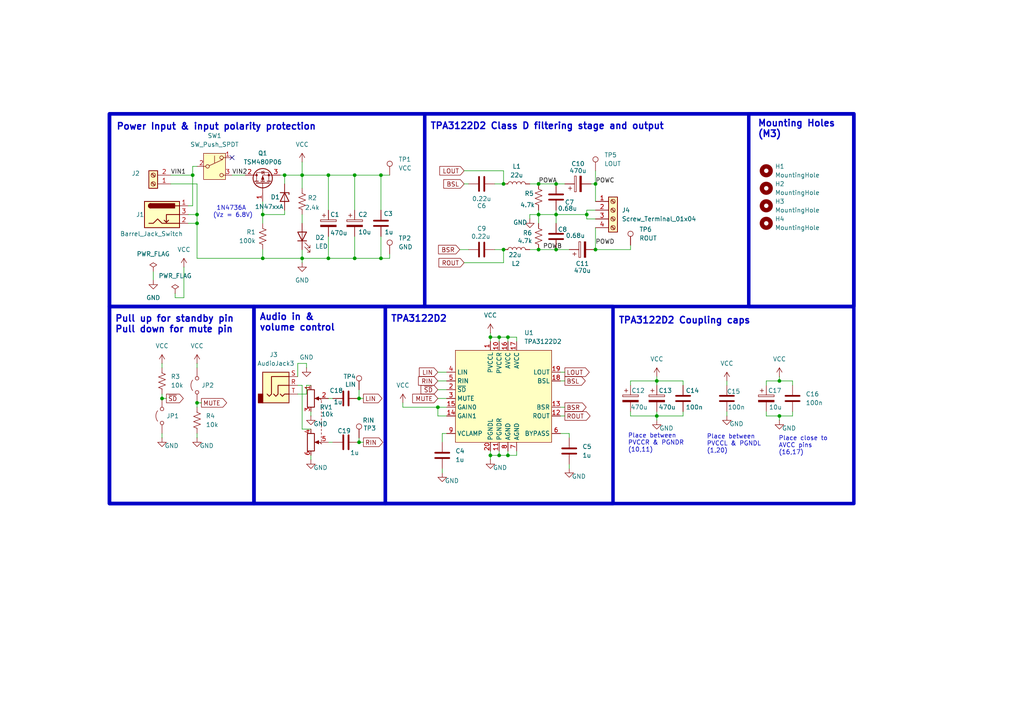
<source format=kicad_sch>
(kicad_sch (version 20250114) (generator "eeschema") (generator_version "9.0")
  (paper "A4")
  (lib_symbols
    (symbol "Connector:Barrel_Jack_Switch" (pin_names (hide yes))
      (property "Reference" "J" (at 0 5.334 0))
      (property "Value" "Barrel_Jack_Switch" (at 0 -5.08 0))
      (symbol "Barrel_Jack_Switch_0_1"
        (rectangle (start -5.08 3.81) (end 5.08 -3.81) (stroke (width 0.254)) (fill (type background)))
        (polyline (pts (xy -3.81 -2.54) (xy -2.54 -2.54) (xy -1.27 -1.27) (xy 0 -2.54) (xy 2.54 -2.54) (xy 5.08 -2.54)) (stroke (width 0.254)))
        (arc (start -3.302 1.905) (mid -3.9343 2.54) (end -3.302 3.175) (stroke (width 0.254)))
        (arc (start -3.302 1.905) (mid -3.9343 2.54) (end -3.302 3.175) (stroke (width 0.254)) (fill (type outline)))
        (polyline (pts (xy 1.27 -2.286) (xy 1.905 -1.651)) (stroke (width 0.254)))
        (rectangle (start 3.683 3.175) (end -3.302 1.905) (stroke (width 0.254)) (fill (type outline)))
        (polyline (pts (xy 5.08 2.54) (xy 3.81 2.54)) (stroke (width 0.254)))
        (polyline (pts (xy 5.08 0) (xy 1.27 0) (xy 1.27 -2.286) (xy 0.635 -1.651)) (stroke (width 0.254)))
      )
      (symbol "Barrel_Jack_Switch_1_1"
        (pin passive line (at 7.62 2.54 180) (length 2.54) (name "~") (number "1"))
        (pin passive line (at 7.62 0 180) (length 2.54) (name "~") (number "3"))
        (pin passive line (at 7.62 -2.54 180) (length 2.54) (name "~") (number "2"))
      )
    )
    (symbol "Connector:Screw_Terminal_01x02" (pin_names (offset 1.016) (hide yes))
      (property "Reference" "J" (at 0 2.54 0))
      (property "Value" "Screw_Terminal_01x02" (at 0 -5.08 0))
      (symbol "Screw_Terminal_01x02_1_1"
        (rectangle (start -1.27 1.27) (end 1.27 -3.81) (stroke (width 0.254)) (fill (type background)))
        (polyline (pts (xy -0.5334 0.3302) (xy 0.3302 -0.508)) (stroke (width 0.1524)))
        (polyline (pts (xy -0.5334 -2.2098) (xy 0.3302 -3.048)) (stroke (width 0.1524)))
        (polyline (pts (xy -0.3556 0.508) (xy 0.508 -0.3302)) (stroke (width 0.1524)))
        (polyline (pts (xy -0.3556 -2.032) (xy 0.508 -2.8702)) (stroke (width 0.1524)))
        (circle (center 0 0) (radius 0.635) (stroke (width 0.1524)))
        (circle (center 0 -2.54) (radius 0.635) (stroke (width 0.1524)))
        (pin passive line (at -5.08 0 0) (length 3.81) (name "Pin_1") (number "1"))
        (pin passive line (at -5.08 -2.54 0) (length 3.81) (name "Pin_2") (number "2"))
      )
    )
    (symbol "Connector:Screw_Terminal_01x04" (pin_names (offset 1.016) (hide yes))
      (property "Reference" "J" (at 0 5.08 0))
      (property "Value" "Screw_Terminal_01x04" (at 0 -7.62 0))
      (symbol "Screw_Terminal_01x04_1_1"
        (rectangle (start -1.27 3.81) (end 1.27 -6.35) (stroke (width 0.254)) (fill (type background)))
        (polyline (pts (xy -0.5334 2.8702) (xy 0.3302 2.032)) (stroke (width 0.1524)))
        (polyline (pts (xy -0.5334 0.3302) (xy 0.3302 -0.508)) (stroke (width 0.1524)))
        (polyline (pts (xy -0.5334 -2.2098) (xy 0.3302 -3.048)) (stroke (width 0.1524)))
        (polyline (pts (xy -0.5334 -4.7498) (xy 0.3302 -5.588)) (stroke (width 0.1524)))
        (polyline (pts (xy -0.3556 3.048) (xy 0.508 2.2098)) (stroke (width 0.1524)))
        (polyline (pts (xy -0.3556 0.508) (xy 0.508 -0.3302)) (stroke (width 0.1524)))
        (polyline (pts (xy -0.3556 -2.032) (xy 0.508 -2.8702)) (stroke (width 0.1524)))
        (polyline (pts (xy -0.3556 -4.572) (xy 0.508 -5.4102)) (stroke (width 0.1524)))
        (circle (center 0 2.54) (radius 0.635) (stroke (width 0.1524)))
        (circle (center 0 0) (radius 0.635) (stroke (width 0.1524)))
        (circle (center 0 -2.54) (radius 0.635) (stroke (width 0.1524)))
        (circle (center 0 -5.08) (radius 0.635) (stroke (width 0.1524)))
        (pin passive line (at -5.08 2.54 0) (length 3.81) (name "Pin_1") (number "1"))
        (pin passive line (at -5.08 0 0) (length 3.81) (name "Pin_2") (number "2"))
        (pin passive line (at -5.08 -2.54 0) (length 3.81) (name "Pin_3") (number "3"))
        (pin passive line (at -5.08 -5.08 0) (length 3.81) (name "Pin_4") (number "4"))
      )
    )
    (symbol "Connector:TestPoint" (pin_numbers (hide yes)) (pin_names (offset 0.762) (hide yes))
      (property "Reference" "TP" (at 0 6.858 0))
      (property "Value" "TestPoint" (at 0 5.08 0))
      (symbol "TestPoint_0_1"
        (circle (center 0 3.302) (radius 0.762))
      )
      (symbol "TestPoint_1_1"
        (pin passive line (at 0 0 90) (length 2.54) (name "1") (number "1"))
      )
    )
    (symbol "Connector_Audio:AudioJack3"
      (property "Reference" "J" (at 0 8.89 0))
      (property "Value" "AudioJack3" (at 0 6.35 0))
      (symbol "AudioJack3_0_1"
        (rectangle (start -5.08 -5.08) (end -6.35 -2.54) (stroke (width 0.254)) (fill (type outline)))
        (polyline (pts (xy -1.905 -2.54) (xy -1.27 -3.175) (xy -0.635 -2.54) (xy -0.635 0) (xy 2.54 0)) (stroke (width 0.254)))
        (polyline (pts (xy 0 -2.54) (xy 0.635 -3.175) (xy 1.27 -2.54) (xy 2.54 -2.54)) (stroke (width 0.254)))
        (rectangle (start 2.54 3.81) (end -5.08 -5.08) (stroke (width 0.254)) (fill (type background)))
        (polyline (pts (xy 2.54 2.54) (xy -2.54 2.54) (xy -2.54 -2.54) (xy -3.175 -3.175) (xy -3.81 -2.54)) (stroke (width 0.254)))
      )
      (symbol "AudioJack3_1_1"
        (pin passive line (at 5.08 2.54 180) (length 2.54) (name "~") (number "S"))
        (pin passive line (at 5.08 0 180) (length 2.54) (name "~") (number "R"))
        (pin passive line (at 5.08 -2.54 180) (length 2.54) (name "~") (number "T"))
      )
    )
    (symbol "Device:C" (pin_numbers (hide yes)) (pin_names (offset 0.254))
      (property "Reference" "C" (at 0.635 2.54 0))
      (property "Value" "C" (at 0.635 -2.54 0))
      (symbol "C_0_1"
        (polyline (pts (xy -2.032 0.762) (xy 2.032 0.762)) (stroke (width 0.508)))
        (polyline (pts (xy -2.032 -0.762) (xy 2.032 -0.762)) (stroke (width 0.508)))
      )
      (symbol "C_1_1"
        (pin passive line (at 0 3.81 270) (length 2.794) (name "~") (number "1"))
        (pin passive line (at 0 -3.81 90) (length 2.794) (name "~") (number "2"))
      )
    )
    (symbol "Device:C_Polarized" (pin_numbers (hide yes)) (pin_names (offset 0.254))
      (property "Reference" "C" (at 0.635 2.54 0))
      (property "Value" "C_Polarized" (at 0.635 -2.54 0))
      (symbol "C_Polarized_0_1"
        (rectangle (start -2.286 0.508) (end 2.286 1.016))
        (polyline (pts (xy -1.778 2.286) (xy -0.762 2.286)))
        (polyline (pts (xy -1.27 2.794) (xy -1.27 1.778)))
        (rectangle (start 2.286 -0.508) (end -2.286 -1.016) (fill (type outline)))
      )
      (symbol "C_Polarized_1_1"
        (pin passive line (at 0 3.81 270) (length 2.794) (name "~") (number "1"))
        (pin passive line (at 0 -3.81 90) (length 2.794) (name "~") (number "2"))
      )
    )
    (symbol "Device:L" (pin_numbers (hide yes)) (pin_names (offset 1.016) (hide yes))
      (property "Reference" "L" (at -1.27 0 90))
      (property "Value" "L" (at 1.905 0 90))
      (symbol "L_0_1"
        (arc (start 0 2.54) (mid 0.6323 1.905) (end 0 1.27))
        (arc (start 0 1.27) (mid 0.6323 0.635) (end 0 0))
        (arc (start 0 0) (mid 0.6323 -0.635) (end 0 -1.27))
        (arc (start 0 -1.27) (mid 0.6323 -1.905) (end 0 -2.54))
      )
      (symbol "L_1_1"
        (pin passive line (at 0 3.81 270) (length 1.27) (name "1") (number "1"))
        (pin passive line (at 0 -3.81 90) (length 1.27) (name "2") (number "2"))
      )
    )
    (symbol "Device:LED" (pin_numbers (hide yes)) (pin_names (offset 1.016) (hide yes))
      (property "Reference" "D" (at 0 2.54 0))
      (property "Value" "LED" (at 0 -2.54 0))
      (symbol "LED_0_1"
        (polyline (pts (xy -3.048 -0.762) (xy -4.572 -2.286) (xy -3.81 -2.286) (xy -4.572 -2.286) (xy -4.572 -1.524)))
        (polyline (pts (xy -1.778 -0.762) (xy -3.302 -2.286) (xy -2.54 -2.286) (xy -3.302 -2.286) (xy -3.302 -1.524)))
        (polyline (pts (xy -1.27 0) (xy 1.27 0)))
        (polyline (pts (xy -1.27 -1.27) (xy -1.27 1.27)) (stroke (width 0.254)))
        (polyline (pts (xy 1.27 -1.27) (xy 1.27 1.27) (xy -1.27 0) (xy 1.27 -1.27)) (stroke (width 0.254)))
      )
      (symbol "LED_1_1"
        (pin passive line (at -3.81 0 0) (length 2.54) (name "K") (number "1"))
        (pin passive line (at 3.81 0 180) (length 2.54) (name "A") (number "2"))
      )
    )
    (symbol "Device:R_Potentiometer_Dual" (pin_names (offset 1.016) (hide yes))
      (property "Reference" "RV" (at 0 3.81 0))
      (property "Value" "R_Potentiometer_Dual" (at 0 1.905 0))
      (symbol "R_Potentiometer_Dual_0_1"
        (rectangle (start -8.89 -1.524) (end -3.81 -3.556) (stroke (width 0.254)))
        (polyline (pts (xy -6.35 0) (xy -6.35 -1.016)))
        (polyline (pts (xy -6.35 0) (xy -6.35 -1.016)))
        (polyline (pts (xy -6.35 0) (xy -5.842 0.508)))
        (polyline (pts (xy -6.35 -1.397) (xy -6.858 -0.254) (xy -5.842 -0.254) (xy -6.35 -1.397)) (fill (type outline)))
        (polyline (pts (xy -5.588 0.508) (xy -5.08 0.508)))
        (polyline (pts (xy -4.572 0.508) (xy -4.064 0.508)))
        (polyline (pts (xy -3.556 0.508) (xy -3.048 0.508)))
        (polyline (pts (xy -2.54 0.508) (xy -2.032 0.508)))
        (polyline (pts (xy -1.524 0.508) (xy -1.016 0.508)))
        (polyline (pts (xy -0.508 0.508) (xy 0 0.508)))
        (polyline (pts (xy 0.508 0.508) (xy 1.016 0.508)))
        (polyline (pts (xy 1.524 0.508) (xy 2.032 0.508)))
        (polyline (pts (xy 2.54 0.508) (xy 3.048 0.508)))
        (polyline (pts (xy 3.556 0.508) (xy 4.064 0.508)))
        (rectangle (start 3.81 -1.524) (end 8.89 -3.556) (stroke (width 0.254)))
        (polyline (pts (xy 4.572 0.508) (xy 5.08 0.508)))
        (polyline (pts (xy 5.588 0.508) (xy 6.096 0.508)))
        (polyline (pts (xy 6.35 0) (xy 6.35 -1.016)))
        (polyline (pts (xy 6.35 0) (xy 6.35 -1.016)))
        (polyline (pts (xy 6.35 -1.397) (xy 5.842 -0.254) (xy 6.858 -0.254) (xy 6.35 -1.397)) (fill (type outline)))
        (polyline (pts (xy 6.604 0.508) (xy 6.858 0.508) (xy 6.35 0)))
      )
      (symbol "R_Potentiometer_Dual_1_1"
        (pin passive line (at -10.16 -2.54 0) (length 1.27) (name "1") (number "1"))
        (pin passive line (at -6.35 2.54 270) (length 2.54) (name "2") (number "2"))
        (pin passive line (at -2.54 -2.54 180) (length 1.27) (name "3") (number "3"))
        (pin passive line (at 2.54 -2.54 0) (length 1.27) (name "4") (number "4"))
        (pin passive line (at 6.35 2.54 270) (length 2.54) (name "5") (number "5"))
        (pin passive line (at 10.16 -2.54 180) (length 1.27) (name "6") (number "6"))
      )
    )
    (symbol "Device:R_US" (pin_numbers (hide yes)) (pin_names (offset 0))
      (property "Reference" "R" (at 2.54 0 90))
      (property "Value" "R_US" (at -2.54 0 90))
      (symbol "R_US_0_1"
        (polyline (pts (xy 0 2.286) (xy 0 2.54)))
        (polyline (pts (xy 0 2.286) (xy 1.016 1.905) (xy 0 1.524) (xy -1.016 1.143) (xy 0 0.762)))
        (polyline (pts (xy 0 0.762) (xy 1.016 0.381) (xy 0 0) (xy -1.016 -0.381) (xy 0 -0.762)))
        (polyline (pts (xy 0 -0.762) (xy 1.016 -1.143) (xy 0 -1.524) (xy -1.016 -1.905) (xy 0 -2.286)))
        (polyline (pts (xy 0 -2.286) (xy 0 -2.54)))
      )
      (symbol "R_US_1_1"
        (pin passive line (at 0 3.81 270) (length 1.27) (name "~") (number "1"))
        (pin passive line (at 0 -3.81 90) (length 1.27) (name "~") (number "2"))
      )
    )
    (symbol "Diode:1N47xxA" (pin_numbers (hide yes)) (pin_names (hide yes))
      (property "Reference" "D" (at 0 2.54 0))
      (property "Value" "1N47xxA" (at 0 -2.54 0))
      (symbol "1N47xxA_0_1"
        (polyline (pts (xy -1.27 -1.27) (xy -1.27 1.27) (xy -0.762 1.27)) (stroke (width 0.254)))
        (polyline (pts (xy 1.27 0) (xy -1.27 0)))
        (polyline (pts (xy 1.27 -1.27) (xy 1.27 1.27) (xy -1.27 0) (xy 1.27 -1.27)) (stroke (width 0.254)))
      )
      (symbol "1N47xxA_1_1"
        (pin passive line (at -3.81 0 0) (length 2.54) (name "K") (number "1"))
        (pin passive line (at 3.81 0 180) (length 2.54) (name "A") (number "2"))
      )
    )
    (symbol "Jumper:Jumper_2_Open" (pin_numbers (hide yes)) (pin_names (offset 0) (hide yes))
      (property "Reference" "JP" (at 0 2.794 0))
      (property "Value" "Jumper_2_Open" (at 0 -2.286 0))
      (symbol "Jumper_2_Open_0_0"
        (circle (center -2.032 0) (radius 0.508))
        (circle (center 2.032 0) (radius 0.508))
      )
      (symbol "Jumper_2_Open_0_1"
        (arc (start -1.524 1.27) (mid 0 1.778) (end 1.524 1.27))
      )
      (symbol "Jumper_2_Open_1_1"
        (pin passive line (at -5.08 0 0) (length 2.54) (name "A") (number "1"))
        (pin passive line (at 5.08 0 180) (length 2.54) (name "B") (number "2"))
      )
    )
    (symbol "Mechanical:MountingHole" (pin_names (offset 1.016)) (in_bom no)
      (property "Reference" "H" (at 0 5.08 0))
      (property "Value" "MountingHole" (at 0 3.175 0))
      (symbol "MountingHole_0_1"
        (circle (center 0 0) (radius 1.27) (stroke (width 1.27)))
      )
    )
    (symbol "Switch:SW_Push_SPDT" (pin_names (offset 0) (hide yes))
      (property "Reference" "SW" (at 0 5.08 0))
      (property "Value" "SW_Push_SPDT" (at 0 -5.08 0))
      (symbol "SW_Push_SPDT_0_0"
        (circle (center -2.032 0) (radius 0.508))
        (polyline (pts (xy 0 1.016) (xy 0 3.048)))
        (circle (center 2.032 -2.54) (radius 0.508))
      )
      (symbol "SW_Push_SPDT_0_1"
        (polyline (pts (xy -1.524 0.2032) (xy 2.3368 1.9812)))
        (circle (center 2.032 2.54) (radius 0.508))
      )
      (symbol "SW_Push_SPDT_1_1"
        (rectangle (start -3.175 3.81) (end 3.175 -3.81) (fill (type background)))
        (pin passive line (at -5.08 0 0) (length 2.54) (name "B") (number "2"))
        (pin passive line (at 5.08 2.54 180) (length 2.54) (name "A") (number "1"))
        (pin passive line (at 5.08 -2.54 180) (length 2.54) (name "C") (number "3"))
      )
    )
    (symbol "myparts:TPA3122D2"
      (property "Reference" "U" (at -12.7 14.224 0))
      (property "Value" "TPA3122D2" (at 12.192 14.732 0))
      (symbol "TPA3122D2_1_1"
        (rectangle (start -13.97 12.7) (end 13.97 -13.97) (fill (type background)))
        (pin input line (at -16.51 6.35 0) (length 2.54) (name "LIN") (number "4"))
        (pin input line (at -16.51 3.81 0) (length 2.54) (name "RIN") (number "5"))
        (pin input line (at -16.51 1.27 0) (length 2.54) (name "~{SD}") (number "2"))
        (pin input line (at -16.51 -1.27 0) (length 2.54) (name "MUTE") (number "3"))
        (pin input line (at -16.51 -3.81 0) (length 2.54) (name "GAIN0") (number "15"))
        (pin input line (at -16.51 -6.35 0) (length 2.54) (name "GAIN1") (number "14"))
        (pin passive line (at -16.51 -11.43 0) (length 2.54) (name "VCLAMP") (number "9"))
        (pin power_in line (at -3.81 15.24 270) (length 2.54) (name "PVCCL") (number "1"))
        (pin power_in line (at -3.81 -16.51 90) (length 2.54) (name "PGNDL") (number "20"))
        (pin power_in line (at -1.27 15.24 270) (length 2.54) (name "PVCCR") (number "10"))
        (pin power_in line (at -1.27 -16.51 90) (length 2.54) (name "PGNDR") (number "11"))
        (pin power_in line (at 1.27 15.24 270) (length 2.54) (name "AVCC") (number "16"))
        (pin power_in line (at 1.27 -16.51 90) (length 2.54) (name "AGND") (number "8"))
        (pin power_in line (at 3.81 15.24 270) (length 2.54) (name "AVCC") (number "17"))
        (pin power_in line (at 3.81 -16.51 90) (length 2.54) (name "AGND") (number "7"))
        (pin output line (at 16.51 6.35 180) (length 2.54) (name "LOUT") (number "19"))
        (pin bidirectional line (at 16.51 3.81 180) (length 2.54) (name "BSL") (number "18"))
        (pin bidirectional line (at 16.51 -3.81 180) (length 2.54) (name "BSR") (number "13"))
        (pin output line (at 16.51 -6.35 180) (length 2.54) (name "ROUT") (number "12"))
        (pin output line (at 16.51 -11.43 180) (length 2.54) (name "BYPASS") (number "6"))
      )
    )
    (symbol "myparts:TSM480P06" (pin_names (hide yes))
      (property "Reference" "Q" (at -4.572 3.81 0))
      (property "Value" "TSM480P06" (at -6.858 -5.842 0))
      (symbol "TSM480P06_0_1"
        (polyline (pts (xy -2.286 1.905) (xy -2.286 -1.905)) (stroke (width 0.254)))
        (polyline (pts (xy -2.286 0) (xy -5.08 0)))
        (polyline (pts (xy -1.778 2.286) (xy -1.778 1.27)) (stroke (width 0.254)))
        (polyline (pts (xy -1.778 1.778) (xy 0.762 1.778) (xy 0.762 -1.778) (xy -1.778 -1.778)))
        (polyline (pts (xy -1.778 0.508) (xy -1.778 -0.508)) (stroke (width 0.254)))
        (polyline (pts (xy -1.778 -1.27) (xy -1.778 -2.286)) (stroke (width 0.254)))
        (circle (center -0.889 0) (radius 2.794) (stroke (width 0.254)))
        (polyline (pts (xy -0.254 0) (xy -1.27 0.381) (xy -1.27 -0.381) (xy -0.254 0)) (fill (type outline)))
        (polyline (pts (xy 0 2.54) (xy 0 1.778)))
        (circle (center 0 1.778) (radius 0.254) (fill (type outline)))
        (circle (center 0 -1.778) (radius 0.254) (fill (type outline)))
        (polyline (pts (xy 0 -2.54) (xy 0 0) (xy -1.778 0)))
        (polyline (pts (xy 0.254 -0.508) (xy 0.381 -0.381) (xy 1.143 -0.381) (xy 1.27 -0.254)))
        (polyline (pts (xy 0.762 -0.381) (xy 0.381 0.254) (xy 1.143 0.254) (xy 0.762 -0.381)))
      )
      (symbol "TSM480P06_1_1"
        (pin input line (at -7.62 0 0) (length 2.54) (name "G") (number "1"))
        (pin passive line (at 0 5.08 270) (length 2.54) (name "D") (number "2"))
        (pin passive line (at 0 -5.08 90) (length 2.54) (name "S") (number "3"))
      )
    )
    (symbol "power:GND" (power) (pin_numbers (hide yes)) (pin_names (offset 0) (hide yes))
      (property "Value" "GND" (at 0 -3.81 0))
      (symbol "GND_0_1"
        (polyline (pts (xy 0 0) (xy 0 -1.27) (xy 1.27 -1.27) (xy 0 -2.54) (xy -1.27 -1.27) (xy 0 -1.27)))
      )
      (symbol "GND_1_1"
        (pin power_in line (at 0 0 270) (length 0) (name "~") (number "1"))
      )
    )
    (symbol "power:PWR_FLAG" (power) (pin_numbers (hide yes)) (pin_names (offset 0) (hide yes))
      (property "Value" "PWR_FLAG" (at 0 3.81 0))
      (symbol "PWR_FLAG_0_0"
        (pin power_out line (at 0 0 90) (length 0) (name "~") (number "1"))
      )
      (symbol "PWR_FLAG_0_1"
        (polyline (pts (xy 0 0) (xy 0 1.27) (xy -1.016 1.905) (xy 0 2.54) (xy 1.016 1.905) (xy 0 1.27)))
      )
    )
    (symbol "power:VCC" (power) (pin_numbers (hide yes)) (pin_names (offset 0) (hide yes))
      (property "Value" "VCC" (at 0 3.556 0))
      (symbol "VCC_0_1"
        (polyline (pts (xy -0.762 1.27) (xy 0 2.54)))
        (polyline (pts (xy 0 2.54) (xy 0.762 1.27)))
        (polyline (pts (xy 0 0) (xy 0 2.54)))
      )
      (symbol "VCC_1_1"
        (pin power_in line (at 0 0 90) (length 0) (name "~") (number "1"))
      )
    )
  )
  (rectangle (start 73.66 88.9) (end 111.76 146.05) (stroke (width 1.016)))
  (rectangle (start 31.75 33.02) (end 247.65 146.05) (stroke (width 1.016)))
  (rectangle (start 111.76 88.9) (end 177.8 146.05) (stroke (width 1.016)))
  (rectangle (start 31.75 88.9) (end 73.66 146.05) (stroke (width 1.016)))
  (rectangle (start 31.75 33.02) (end 123.19 88.9) (stroke (width 1.016)))
  (rectangle (start 123.19 33.02) (end 247.65 88.9) (stroke (width 1.016)))
  (rectangle (start 217.17 33.02) (end 247.65 88.9) (stroke (width 1.016)))
  (text "1N4736A \n(Vz = 6.8V)" (at 67.564 61.468 0) (effects (font (size 1.27 1.27))))
  (text "Audio in &\nvolume control" (at 75.184 90.932 0) (effects (font (size 1.905 1.905) (thickness 0.381) (bold yes)) (justify left top)))
  (text "Power Input & input polarity protection" (at 62.738 36.83 0) (effects (font (size 1.905 1.905) (thickness 0.381) (bold yes))))
  (text "TPA3122D2 Coupling caps" (at 179.324 91.948 0) (effects (font (size 1.905 1.905) (thickness 0.381) (bold yes)) (justify left top)))
  (text "Mounting Holes \n(M3)" (at 219.71 34.798 0) (effects (font (size 1.905 1.905) (thickness 0.381) (bold yes)) (justify left top)))
  (text "TPA3122D2" (at 113.284 91.44 0) (effects (font (size 1.905 1.905) (thickness 0.381) (bold yes)) (justify left top)))
  (text "Place between\nPVCCR & PGNDR\n(10,11)\n" (at 182.118 125.73 0) (effects (font (size 1.27 1.27) (thickness 0.1588)) (justify left top)))
  (text "Place between\nPVCCL & PGNDL\n(1,20)\n" (at 204.978 125.984 0) (effects (font (size 1.27 1.27) (thickness 0.1588)) (justify left top)))
  (text "Place close to\nAVCC pins\n(16,17)\n" (at 225.806 126.492 0) (effects (font (size 1.27 1.27) (thickness 0.1588)) (justify left top)))
  (text "TPA3122D2 Class D filtering stage and output" (at 124.714 35.56 0) (effects (font (size 1.905 1.905) (thickness 0.381) (bold yes)) (justify left top)))
  (text "Pull up for standby pin\nPull down for mute pin " (at 33.274 91.44 0) (effects (font (size 1.905 1.905) (thickness 0.381) (bold yes)) (justify left top)))
  (junction (at 76.2 74.93))
  (junction (at 87.63 74.93))
  (junction (at 161.29 62.23))
  (junction (at 95.25 74.93))
  (junction (at 142.24 132.08))
  (junction (at 76.2 62.23))
  (junction (at 156.21 53.34))
  (junction (at 156.21 72.39))
  (junction (at 57.15 116.84))
  (junction (at 147.32 132.08))
  (junction (at 144.78 132.08))
  (junction (at 87.63 50.8))
  (junction (at 172.72 53.34))
  (junction (at 102.87 74.93))
  (junction (at 102.87 50.8))
  (junction (at 226.06 110.49))
  (junction (at 147.32 97.79))
  (junction (at 142.24 97.79))
  (junction (at 82.55 50.8))
  (junction (at 161.29 72.39))
  (junction (at 156.21 62.23))
  (junction (at 57.15 62.23))
  (junction (at 57.15 64.77))
  (junction (at 127 118.11))
  (junction (at 190.5 110.49))
  (junction (at 104.14 115.57))
  (junction (at 172.72 72.39))
  (junction (at 146.05 72.39))
  (junction (at 55.88 50.8))
  (junction (at 170.18 62.23))
  (junction (at 190.5 120.65))
  (junction (at 146.05 53.34))
  (junction (at 104.14 128.27))
  (junction (at 226.06 120.65))
  (junction (at 161.29 53.34))
  (junction (at 95.25 50.8))
  (junction (at 46.99 115.57))
  (junction (at 110.49 50.8))
  (junction (at 144.78 97.79))
  (junction (at 110.49 74.93))
  (no_connect (at 67.31 45.72))
  (wire (pts (xy 156.21 62.23) (xy 153.67 62.23)))
  (wire (pts (xy 190.5 120.65) (xy 190.5 121.92)))
  (wire (pts (xy 147.32 97.79) (xy 149.86 97.79)))
  (wire (pts (xy 172.72 49.53) (xy 172.72 53.34)))
  (wire (pts (xy 110.49 68.58) (xy 110.49 74.93)))
  (wire (pts (xy 142.24 132.08) (xy 142.24 133.35)))
  (wire (pts (xy 110.49 50.8) (xy 113.03 50.8)))
  (wire (pts (xy 142.24 97.79) (xy 144.78 97.79)))
  (wire (pts (xy 46.99 114.3) (xy 46.99 115.57)))
  (wire (pts (xy 129.54 125.73) (xy 128.27 125.73)))
  (wire (pts (xy 57.15 116.84) (xy 58.42 116.84)))
  (wire (pts (xy 161.29 53.34) (xy 163.83 53.34)))
  (wire (pts (xy 190.5 109.22) (xy 190.5 110.49)))
  (wire (pts (xy 142.24 130.81) (xy 142.24 132.08)))
  (wire (pts (xy 67.31 50.8) (xy 71.12 50.8)))
  (wire (pts (xy 55.88 50.8) (xy 55.88 48.26)))
  (wire (pts (xy 102.87 50.8) (xy 110.49 50.8)))
  (wire (pts (xy 133.35 72.39) (xy 135.89 72.39)))
  (wire (pts (xy 46.99 105.41) (xy 46.99 106.68)))
  (wire (pts (xy 102.87 68.58) (xy 102.87 74.93)))
  (wire (pts (xy 113.03 73.66) (xy 113.03 74.93)))
  (wire (pts (xy 153.67 72.39) (xy 156.21 72.39)))
  (wire (pts (xy 95.25 68.58) (xy 95.25 74.93)))
  (wire (pts (xy 182.88 119.38) (xy 182.88 120.65)))
  (wire (pts (xy 134.62 53.34) (xy 135.89 53.34)))
  (wire (pts (xy 229.87 110.49) (xy 229.87 111.76)))
  (wire (pts (xy 87.63 74.93) (xy 87.63 76.2)))
  (wire (pts (xy 55.88 48.26) (xy 57.15 48.26)))
  (wire (pts (xy 128.27 125.73) (xy 128.27 128.27)))
  (wire (pts (xy 142.24 96.52) (xy 142.24 97.79)))
  (wire (pts (xy 104.14 128.27) (xy 105.41 128.27)))
  (wire (pts (xy 161.29 60.96) (xy 161.29 62.23)))
  (wire (pts (xy 226.06 120.65) (xy 226.06 121.92)))
  (wire (pts (xy 190.5 120.65) (xy 198.12 120.65)))
  (wire (pts (xy 102.87 50.8) (xy 102.87 60.96)))
  (wire (pts (xy 161.29 72.39) (xy 165.1 72.39)))
  (wire (pts (xy 76.2 62.23) (xy 76.2 64.77)))
  (wire (pts (xy 222.25 120.65) (xy 226.06 120.65)))
  (wire (pts (xy 127 107.95) (xy 129.54 107.95)))
  (wire (pts (xy 57.15 62.23) (xy 57.15 64.77)))
  (wire (pts (xy 149.86 97.79) (xy 149.86 99.06)))
  (wire (pts (xy 104.14 115.57) (xy 105.41 115.57)))
  (wire (pts (xy 146.05 72.39) (xy 146.05 76.2)))
  (wire (pts (xy 143.51 53.34) (xy 146.05 53.34)))
  (wire (pts (xy 110.49 74.93) (xy 113.03 74.93)))
  (wire (pts (xy 172.72 60.96) (xy 170.18 60.96)))
  (wire (pts (xy 182.88 71.12) (xy 182.88 72.39)))
  (wire (pts (xy 129.54 118.11) (xy 127 118.11)))
  (wire (pts (xy 171.45 53.34) (xy 172.72 53.34)))
  (wire (pts (xy 134.62 76.2) (xy 146.05 76.2)))
  (wire (pts (xy 87.63 50.8) (xy 95.25 50.8)))
  (wire (pts (xy 156.21 62.23) (xy 156.21 64.77)))
  (wire (pts (xy 144.78 97.79) (xy 147.32 97.79)))
  (wire (pts (xy 149.86 130.81) (xy 149.86 132.08)))
  (wire (pts (xy 142.24 97.79) (xy 142.24 99.06)))
  (wire (pts (xy 76.2 74.93) (xy 87.63 74.93)))
  (wire (pts (xy 146.05 53.34) (xy 146.05 49.53)))
  (wire (pts (xy 153.67 53.34) (xy 156.21 53.34)))
  (wire (pts (xy 182.88 110.49) (xy 190.5 110.49)))
  (wire (pts (xy 57.15 74.93) (xy 76.2 74.93)))
  (wire (pts (xy 50.8 86.36) (xy 50.8 85.09)))
  (wire (pts (xy 144.78 97.79) (xy 144.78 99.06)))
  (wire (pts (xy 226.06 120.65) (xy 229.87 120.65)))
  (wire (pts (xy 49.53 50.8) (xy 55.88 50.8)))
  (wire (pts (xy 162.56 107.95) (xy 163.83 107.95)))
  (wire (pts (xy 53.34 77.47) (xy 53.34 86.36)))
  (wire (pts (xy 144.78 132.08) (xy 147.32 132.08)))
  (wire (pts (xy 44.45 78.74) (xy 44.45 81.28)))
  (wire (pts (xy 156.21 72.39) (xy 161.29 72.39)))
  (wire (pts (xy 222.25 111.76) (xy 222.25 110.49)))
  (wire (pts (xy 198.12 120.65) (xy 198.12 119.38)))
  (wire (pts (xy 172.72 58.42) (xy 172.72 53.34)))
  (wire (pts (xy 46.99 125.73) (xy 46.99 127)))
  (wire (pts (xy 57.15 116.84) (xy 57.15 118.11)))
  (wire (pts (xy 82.55 50.8) (xy 87.63 50.8)))
  (wire (pts (xy 170.18 62.23) (xy 161.29 62.23)))
  (wire (pts (xy 49.53 53.34) (xy 57.15 53.34)))
  (wire (pts (xy 46.99 115.57) (xy 48.26 115.57)))
  (wire (pts (xy 87.63 62.23) (xy 87.63 64.77)))
  (wire (pts (xy 87.63 50.8) (xy 87.63 54.61)))
  (wire (pts (xy 104.14 127) (xy 104.14 128.27)))
  (wire (pts (xy 190.5 110.49) (xy 190.5 111.76)))
  (wire (pts (xy 165.1 134.62) (xy 165.1 135.89)))
  (wire (pts (xy 87.63 111.76) (xy 87.63 124.46)))
  (wire (pts (xy 165.1 125.73) (xy 165.1 127)))
  (wire (pts (xy 76.2 58.42) (xy 76.2 62.23)))
  (wire (pts (xy 95.25 74.93) (xy 102.87 74.93)))
  (wire (pts (xy 87.63 46.99) (xy 87.63 50.8)))
  (wire (pts (xy 95.25 128.27) (xy 96.52 128.27)))
  (wire (pts (xy 57.15 53.34) (xy 57.15 62.23)))
  (wire (pts (xy 182.88 72.39) (xy 172.72 72.39)))
  (wire (pts (xy 182.88 120.65) (xy 190.5 120.65)))
  (wire (pts (xy 110.49 50.8) (xy 110.49 60.96)))
  (wire (pts (xy 147.32 132.08) (xy 149.86 132.08)))
  (wire (pts (xy 76.2 72.39) (xy 76.2 74.93)))
  (wire (pts (xy 82.55 50.8) (xy 82.55 53.34)))
  (wire (pts (xy 104.14 113.03) (xy 104.14 115.57)))
  (wire (pts (xy 129.54 120.65) (xy 127 120.65)))
  (wire (pts (xy 156.21 60.96) (xy 156.21 62.23)))
  (wire (pts (xy 222.25 119.38) (xy 222.25 120.65)))
  (wire (pts (xy 156.21 62.23) (xy 161.29 62.23)))
  (wire (pts (xy 143.51 72.39) (xy 146.05 72.39)))
  (wire (pts (xy 210.82 110.49) (xy 210.82 111.76)))
  (wire (pts (xy 156.21 53.34) (xy 161.29 53.34)))
  (wire (pts (xy 53.34 86.36) (xy 50.8 86.36)))
  (wire (pts (xy 57.15 105.41) (xy 57.15 106.68)))
  (wire (pts (xy 134.62 49.53) (xy 146.05 49.53)))
  (wire (pts (xy 182.88 111.76) (xy 182.88 110.49)))
  (wire (pts (xy 76.2 62.23) (xy 82.55 62.23)))
  (wire (pts (xy 87.63 72.39) (xy 87.63 74.93)))
  (wire (pts (xy 229.87 120.65) (xy 229.87 119.38)))
  (wire (pts (xy 95.25 50.8) (xy 95.25 60.96)))
  (wire (pts (xy 190.5 110.49) (xy 198.12 110.49)))
  (wire (pts (xy 54.61 62.23) (xy 57.15 62.23)))
  (wire (pts (xy 127 120.65) (xy 127 118.11)))
  (wire (pts (xy 87.63 124.46) (xy 90.17 124.46)))
  (wire (pts (xy 95.25 115.57) (xy 96.52 115.57)))
  (wire (pts (xy 162.56 125.73) (xy 165.1 125.73)))
  (wire (pts (xy 127 113.03) (xy 129.54 113.03)))
  (wire (pts (xy 161.29 62.23) (xy 161.29 64.77)))
  (wire (pts (xy 86.36 111.76) (xy 87.63 111.76)))
  (wire (pts (xy 190.5 119.38) (xy 190.5 120.65)))
  (wire (pts (xy 198.12 110.49) (xy 198.12 111.76)))
  (wire (pts (xy 170.18 60.96) (xy 170.18 62.23)))
  (wire (pts (xy 57.15 64.77) (xy 57.15 74.93)))
  (wire (pts (xy 57.15 125.73) (xy 57.15 127)))
  (wire (pts (xy 88.9 114.3) (xy 88.9 111.76)))
  (wire (pts (xy 147.32 97.79) (xy 147.32 99.06)))
  (wire (pts (xy 86.36 105.41) (xy 88.9 105.41)))
  (wire (pts (xy 226.06 110.49) (xy 229.87 110.49)))
  (wire (pts (xy 90.17 119.38) (xy 90.17 120.65)))
  (wire (pts (xy 127 110.49) (xy 129.54 110.49)))
  (wire (pts (xy 170.18 63.5) (xy 170.18 62.23)))
  (wire (pts (xy 226.06 109.22) (xy 226.06 110.49)))
  (wire (pts (xy 162.56 110.49) (xy 163.83 110.49)))
  (wire (pts (xy 88.9 111.76) (xy 90.17 111.76)))
  (wire (pts (xy 153.67 62.23) (xy 153.67 63.5)))
  (wire (pts (xy 88.9 105.41) (xy 88.9 106.68)))
  (wire (pts (xy 86.36 109.22) (xy 86.36 105.41)))
  (wire (pts (xy 102.87 74.93) (xy 110.49 74.93)))
  (wire (pts (xy 162.56 120.65) (xy 163.83 120.65)))
  (wire (pts (xy 86.36 114.3) (xy 88.9 114.3)))
  (wire (pts (xy 222.25 110.49) (xy 226.06 110.49)))
  (wire (pts (xy 162.56 118.11) (xy 163.83 118.11)))
  (wire (pts (xy 87.63 74.93) (xy 95.25 74.93)))
  (wire (pts (xy 95.25 50.8) (xy 102.87 50.8)))
  (wire (pts (xy 172.72 63.5) (xy 170.18 63.5)))
  (wire (pts (xy 210.82 119.38) (xy 210.82 120.65)))
  (wire (pts (xy 172.72 66.04) (xy 172.72 72.39)))
  (wire (pts (xy 142.24 132.08) (xy 144.78 132.08)))
  (wire (pts (xy 54.61 64.77) (xy 57.15 64.77)))
  (wire (pts (xy 147.32 130.81) (xy 147.32 132.08)))
  (wire (pts (xy 81.28 50.8) (xy 82.55 50.8)))
  (wire (pts (xy 90.17 132.08) (xy 90.17 133.35)))
  (wire (pts (xy 54.61 59.69) (xy 55.88 59.69)))
  (wire (pts (xy 144.78 130.81) (xy 144.78 132.08)))
  (wire (pts (xy 128.27 135.89) (xy 128.27 137.16)))
  (wire (pts (xy 116.84 118.11) (xy 116.84 116.84)))
  (wire (pts (xy 55.88 50.8) (xy 55.88 59.69)))
  (wire (pts (xy 127 115.57) (xy 129.54 115.57)))
  (wire (pts (xy 82.55 60.96) (xy 82.55 62.23)))
  (wire (pts (xy 127 118.11) (xy 116.84 118.11)))
  (label "POWC" (at 172.72 53.34 0))
  (label "VIN2" (at 67.31 50.8 0))
  (label "POWB" (at 157.48 72.39 0))
  (label "POWD" (at 172.72 71.12 0))
  (label "POWA" (at 156.21 53.34 0))
  (label "VIN1" (at 49.53 50.8 0))
  (global_label "LIN" (shape input) (at 127 107.95 180) (property "Intersheetrefs" "${INTERSHEET_REFS}" (effects (hide yes))))
  (global_label "ROUT" (shape input) (at 134.62 76.2 180) (property "Intersheetrefs" "${INTERSHEET_REFS}" (effects (hide yes))))
  (global_label "BSR" (shape output) (at 163.83 118.11 0) (property "Intersheetrefs" "${INTERSHEET_REFS}" (effects (hide yes))))
  (global_label "RIN" (shape output) (at 105.41 128.27 0) (property "Intersheetrefs" "${INTERSHEET_REFS}" (effects (hide yes))))
  (global_label "RIN" (shape input) (at 127 110.49 180) (property "Intersheetrefs" "${INTERSHEET_REFS}" (effects (hide yes))))
  (global_label "~{SD}" (shape input) (at 127 113.03 180) (property "Intersheetrefs" "${INTERSHEET_REFS}" (effects (hide yes))))
  (global_label "BSL" (shape input) (at 134.62 53.34 180) (property "Intersheetrefs" "${INTERSHEET_REFS}" (effects (hide yes))))
  (global_label "MUTE" (shape input) (at 127 115.57 180) (property "Intersheetrefs" "${INTERSHEET_REFS}" (effects (hide yes))))
  (global_label "MUTE" (shape output) (at 58.42 116.84 0) (property "Intersheetrefs" "${INTERSHEET_REFS}" (effects (hide yes))))
  (global_label "BSL" (shape output) (at 163.83 110.49 0) (property "Intersheetrefs" "${INTERSHEET_REFS}" (effects (hide yes))))
  (global_label "LOUT" (shape output) (at 163.83 107.95 0) (property "Intersheetrefs" "${INTERSHEET_REFS}" (effects (hide yes))))
  (global_label "LIN" (shape output) (at 105.41 115.57 0) (property "Intersheetrefs" "${INTERSHEET_REFS}" (effects (hide yes))))
  (global_label "~{SD}" (shape output) (at 48.26 115.57 0) (property "Intersheetrefs" "${INTERSHEET_REFS}" (effects (hide yes))))
  (global_label "BSR" (shape input) (at 133.35 72.39 180) (property "Intersheetrefs" "${INTERSHEET_REFS}" (effects (hide yes))))
  (global_label "ROUT" (shape output) (at 163.83 120.65 0) (property "Intersheetrefs" "${INTERSHEET_REFS}" (effects (hide yes))))
  (global_label "LOUT" (shape input) (at 134.62 49.53 180) (property "Intersheetrefs" "${INTERSHEET_REFS}" (effects (hide yes))))
  (symbol (lib_id "Connector:TestPoint") (at 172.72 49.53 0) (unit 1)
    (property "Reference" "TP5" (at 175.26 44.9579 0) (effects (justify left)))
    (property "Value" "LOUT" (at 175.26 47.4979 0) (effects (justify left)))
    (property "Footprint" "TestPoint:TestPoint_THTPad_D2.0mm_Drill1.0mm" (effects (hide yes)))
    (property "Description" "test point" (effects (hide yes)))
  )
  (symbol (lib_id "Device:LED") (at 87.63 68.58 90) (unit 1)
    (property "Reference" "D2" (at 91.44 68.8974 90) (effects (justify right)))
    (property "Value" "LED" (at 91.44 71.4374 90) (effects (justify right)))
    (property "Footprint" "LED_THT:LED_D5.0mm" (effects (hide yes)))
    (property "Description" "Light emitting diode" (effects (hide yes)))
    (property "Sim.Pins" "1=K 2=A" (effects (hide yes)))
  )
  (symbol (lib_id "power:VCC") (at 142.24 96.52 0) (unit 1)
    (property "Reference" "#PWR013" (effects (hide yes)))
    (property "Value" "VCC" (at 142.24 91.44 0))
    (property "Description" "Power symbol creates a global label with name \"VCC\"" (effects (hide yes)))
  )
  (symbol (lib_id "Device:C") (at 139.7 72.39 270) (unit 1)
    (property "Reference" "C9" (at 139.7 66.294 90))
    (property "Value" "0.22u" (at 139.446 68.58 90))
    (property "Footprint" "Capacitor_THT:C_Disc_D4.3mm_W1.9mm_P5.00mm" (effects (hide yes)))
    (property "Description" "Unpolarized capacitor" (effects (hide yes)))
  )
  (symbol (lib_id "Device:C") (at 139.7 53.34 270) (unit 1)
    (property "Reference" "C6" (at 139.7 59.69 90))
    (property "Value" "0.22u" (at 139.7 57.658 90))
    (property "Footprint" "Capacitor_THT:C_Disc_D4.3mm_W1.9mm_P5.00mm" (effects (hide yes)))
    (property "Description" "Unpolarized capacitor" (effects (hide yes)))
  )
  (symbol (lib_id "power:GND") (at 226.06 121.92 0) (unit 1)
    (property "Reference" "#PWR020" (effects (hide yes)))
    (property "Value" "GND" (at 228.854 124.206 0))
    (property "Description" "Power symbol creates a global label with name \"GND\" , ground" (effects (hide yes)))
  )
  (symbol (lib_id "Device:R_US") (at 46.99 110.49 0) (unit 1)
    (property "Reference" "R3" (at 49.53 109.2199 0) (effects (justify left)))
    (property "Value" "10k" (at 49.53 111.7599 0) (effects (justify left)))
    (property "Footprint" "Resistor_THT:R_Axial_DIN0207_L6.3mm_D2.5mm_P10.16mm_Horizontal" (effects (hide yes)))
    (property "Description" "Resistor, US symbol" (effects (hide yes)))
  )
  (symbol (lib_id "power:GND") (at 57.15 127 0) (unit 1)
    (property "Reference" "#PWR09" (effects (hide yes)))
    (property "Value" "GND" (at 59.944 129.286 0))
    (property "Description" "Power symbol creates a global label with name \"GND\" , ground" (effects (hide yes)))
  )
  (symbol (lib_id "Device:C") (at 165.1 130.81 0) (unit 1)
    (property "Reference" "C5" (at 168.91 129.5399 0) (effects (justify left)))
    (property "Value" "1u" (at 168.91 132.0799 0) (effects (justify left)))
    (property "Footprint" "Capacitor_THT:C_Disc_D4.3mm_W1.9mm_P5.00mm" (effects (hide yes)))
    (property "Description" "Unpolarized capacitor" (effects (hide yes)))
  )
  (symbol (lib_id "Mechanical:MountingHole") (at 222.25 59.69 0) (unit 1) (in_bom no)
    (property "Reference" "H3" (at 224.79 58.4199 0) (effects (justify left)))
    (property "Value" "MountingHole" (at 224.79 60.9599 0) (effects (justify left)))
    (property "Footprint" "MountingHole:MountingHole_3.2mm_M3" (effects (hide yes)))
    (property "Description" "Mounting Hole without connection" (effects (hide yes)))
  )
  (symbol (lib_id "Device:R_US") (at 156.21 68.58 0) (unit 1)
    (property "Reference" "R6" (at 151.638 67.564 0) (effects (justify left)))
    (property "Value" "4.7k" (at 150.114 69.85 0) (effects (justify left)))
    (property "Footprint" "Resistor_THT:R_Axial_DIN0207_L6.3mm_D2.5mm_P10.16mm_Horizontal" (effects (hide yes)))
    (property "Description" "Resistor, US symbol" (effects (hide yes)))
  )
  (symbol (lib_id "Device:C_Polarized") (at 168.91 72.39 90) (unit 1)
    (property "Reference" "C11" (at 168.91 76.454 90))
    (property "Value" "470u" (at 168.91 78.486 90))
    (property "Footprint" "Capacitor_THT:CP_Radial_D10.0mm_P5.00mm" (effects (hide yes)))
    (property "Description" "Polarized capacitor" (effects (hide yes)))
  )
  (symbol (lib_id "power:GND") (at 44.45 81.28 0) (unit 1)
    (property "Reference" "#PWR023" (effects (hide yes)))
    (property "Value" "GND" (at 44.45 86.36 0))
    (property "Description" "Power symbol creates a global label with name \"GND\" , ground" (effects (hide yes)))
  )
  (symbol (lib_id "Device:C_Polarized") (at 190.5 115.57 0) (unit 1)
    (property "Reference" "C13" (at 191.008 113.284 0) (effects (justify left)))
    (property "Value" "470u" (at 191.008 118.11 0) (effects (justify left)))
    (property "Footprint" "Capacitor_THT:CP_Radial_D10.0mm_P5.00mm" (effects (hide yes)))
    (property "Description" "Polarized capacitor" (effects (hide yes)))
  )
  (symbol (lib_id "Device:C") (at 229.87 115.57 0) (unit 1)
    (property "Reference" "C16" (at 233.68 114.3 0) (effects (justify left)))
    (property "Value" "100n" (at 233.68 116.8399 0) (effects (justify left)))
    (property "Footprint" "Capacitor_THT:C_Disc_D4.3mm_W1.9mm_P5.00mm" (effects (hide yes)))
    (property "Description" "Unpolarized capacitor" (effects (hide yes)))
  )
  (symbol (lib_id "Device:C_Polarized") (at 95.25 64.77 0) (unit 1)
    (property "Reference" "C1" (at 95.758 62.23 0) (effects (justify left)))
    (property "Value" "470u" (at 95.758 67.564 0) (effects (justify left)))
    (property "Footprint" "Capacitor_THT:CP_Radial_D10.0mm_P5.00mm" (effects (hide yes)))
    (property "Description" "Polarized capacitor" (effects (hide yes)))
  )
  (symbol (lib_id "power:PWR_FLAG") (at 50.8 85.09 0) (unit 1)
    (property "Reference" "#FLG01" (effects (hide yes)))
    (property "Value" "PWR_FLAG" (at 50.8 80.01 0))
    (property "Description" "Special symbol for telling ERC where power comes from" (effects (hide yes)))
  )
  (symbol (lib_id "power:PWR_FLAG") (at 44.45 78.74 0) (unit 1)
    (property "Reference" "#FLG02" (effects (hide yes)))
    (property "Value" "PWR_FLAG" (at 44.45 73.66 0))
    (property "Description" "Special symbol for telling ERC where power comes from" (effects (hide yes)))
  )
  (symbol (lib_id "power:GND") (at 88.9 106.68 0) (unit 1)
    (property "Reference" "#PWR05" (effects (hide yes)))
    (property "Value" "GND" (at 88.9 103.632 0))
    (property "Description" "Power symbol creates a global label with name \"GND\" , ground" (effects (hide yes)))
  )
  (symbol (lib_id "power:GND") (at 90.17 120.65 0) (unit 1)
    (property "Reference" "#PWR04" (effects (hide yes)))
    (property "Value" "GND" (at 92.964 122.936 0))
    (property "Description" "Power symbol creates a global label with name \"GND\" , ground" (effects (hide yes)))
  )
  (symbol (lib_id "Device:C") (at 198.12 115.57 0) (unit 1)
    (property "Reference" "C14" (at 198.882 113.284 0) (effects (justify left)))
    (property "Value" "100n" (at 198.882 118.11 0) (effects (justify left)))
    (property "Footprint" "Capacitor_THT:C_Disc_D4.3mm_W1.9mm_P5.00mm" (effects (hide yes)))
    (property "Description" "Unpolarized capacitor" (effects (hide yes)))
  )
  (symbol (lib_id "Connector:TestPoint") (at 113.03 73.66 0) (unit 1)
    (property "Reference" "TP2" (at 115.57 69.088 0) (effects (justify left)))
    (property "Value" "GND" (at 115.57 71.628 0) (effects (justify left)))
    (property "Footprint" "TestPoint:TestPoint_THTPad_D2.0mm_Drill1.0mm" (effects (hide yes)))
    (property "Description" "test point" (effects (hide yes)))
  )
  (symbol (lib_id "power:GND") (at 142.24 133.35 0) (unit 1)
    (property "Reference" "#PWR012" (effects (hide yes)))
    (property "Value" "GND" (at 145.034 135.636 0))
    (property "Description" "Power symbol creates a global label with name \"GND\" , ground" (effects (hide yes)))
  )
  (symbol (lib_id "power:GND") (at 90.17 133.35 0) (unit 1)
    (property "Reference" "#PWR03" (effects (hide yes)))
    (property "Value" "GND" (at 92.964 135.636 0))
    (property "Description" "Power symbol creates a global label with name \"GND\" , ground" (effects (hide yes)))
  )
  (symbol (lib_id "Mechanical:MountingHole") (at 222.25 49.53 0) (unit 1) (in_bom no)
    (property "Reference" "H1" (at 224.79 48.2599 0) (effects (justify left)))
    (property "Value" "MountingHole" (at 224.79 50.7999 0) (effects (justify left)))
    (property "Footprint" "MountingHole:MountingHole_3.2mm_M3" (effects (hide yes)))
    (property "Description" "Mounting Hole without connection" (effects (hide yes)))
  )
  (symbol (lib_id "Mechanical:MountingHole") (at 222.25 54.61 0) (unit 1) (in_bom no)
    (property "Reference" "H2" (at 224.79 53.3399 0) (effects (justify left)))
    (property "Value" "MountingHole" (at 224.79 55.8799 0) (effects (justify left)))
    (property "Footprint" "MountingHole:MountingHole_3.2mm_M3" (effects (hide yes)))
    (property "Description" "Mounting Hole without connection" (effects (hide yes)))
  )
  (symbol (lib_id "myparts:TSM480P06") (at 76.2 50.8 90) (unit 1)
    (property "Reference" "Q1" (at 76.2 44.45 90))
    (property "Value" "TSM480P06" (at 76.2 46.99 90))
    (property "Footprint" "Package_TO_SOT_THT:TO-251-3_Vertical" (effects (hide yes)))
  )
  (symbol (lib_id "Device:L") (at 149.86 53.34 90) (unit 1)
    (property "Reference" "L1" (at 149.86 48.26 90))
    (property "Value" "22u" (at 149.86 50.8 90))
    (property "Footprint" "Inductor_THT:L_Radial_D10.0mm_P5.00mm_Fastron_07M" (effects (hide yes)))
    (property "Description" "Inductor" (effects (hide yes)))
  )
  (symbol (lib_id "Device:R_Potentiometer_Dual") (at 92.71 121.92 270) (unit 1)
    (property "Reference" "RV1" (at 96.52 118.11 90) (effects (justify right)))
    (property "Value" "10k" (at 96.774 120.142 90) (effects (justify right)))
    (property "Footprint" "myparts:PTD902-2015K-B103" (effects (hide yes)))
    (property "Description" "Dual potentiometer" (effects (hide yes)))
  )
  (symbol (lib_id "power:GND") (at 165.1 135.89 0) (unit 1)
    (property "Reference" "#PWR014" (effects (hide yes)))
    (property "Value" "GND" (at 167.894 138.176 0))
    (property "Description" "Power symbol creates a global label with name \"GND\" , ground" (effects (hide yes)))
  )
  (symbol (lib_id "Connector_Audio:AudioJack3") (at 81.28 111.76 0) (unit 1)
    (property "Reference" "J3" (at 79.375 102.87 0))
    (property "Value" "AudioJack3" (at 80.01 105.41 0))
    (property "Footprint" "myparts:Jack_3.5mm_CUI_SJ1-3523N_Horizontal" (effects (hide yes)))
    (property "Description" "Audio Jack, 3 Poles (Stereo / TRS)" (effects (hide yes)))
  )
  (symbol (lib_id "power:VCC") (at 226.06 109.22 0) (unit 1)
    (property "Reference" "#PWR021" (effects (hide yes)))
    (property "Value" "VCC" (at 226.06 104.14 0))
    (property "Description" "Power symbol creates a global label with name \"VCC\"" (effects (hide yes)))
  )
  (symbol (lib_id "myparts:TPA3122D2") (at 146.05 114.3 0) (unit 1)
    (property "Reference" "U1" (at 152.0541 96.52 0) (effects (justify left)))
    (property "Value" "TPA3122D2" (at 152.0541 99.06 0) (effects (justify left)))
    (property "Footprint" "Package_DIP:DIP-20_W7.62mm_LongPads" (effects (hide yes)))
  )
  (symbol (lib_id "power:VCC") (at 57.15 105.41 0) (unit 1)
    (property "Reference" "#PWR08" (effects (hide yes)))
    (property "Value" "VCC" (at 57.15 100.33 0))
    (property "Description" "Power symbol creates a global label with name \"VCC\"" (effects (hide yes)))
  )
  (symbol (lib_id "Device:C") (at 128.27 132.08 0) (unit 1)
    (property "Reference" "C4" (at 132.08 130.8099 0) (effects (justify left)))
    (property "Value" "1u" (at 132.08 133.3499 0) (effects (justify left)))
    (property "Footprint" "Capacitor_THT:C_Disc_D4.3mm_W1.9mm_P5.00mm" (effects (hide yes)))
    (property "Description" "Unpolarized capacitor" (effects (hide yes)))
  )
  (symbol (lib_id "Connector:Screw_Terminal_01x04") (at 177.8 60.96 0) (unit 1)
    (property "Reference" "J4" (at 180.34 60.9599 0) (effects (justify left)))
    (property "Value" "Screw_Terminal_01x04" (at 180.34 63.4999 0) (effects (justify left)))
    (property "Footprint" "TerminalBlock:TerminalBlock_Altech_AK300-4_P5.00mm" (effects (hide yes)))
    (property "Description" "Generic screw terminal, single row, 01x04, script generated (kicad-library-utils/schlib/autogen/connector/)" (effects (hide yes)))
  )
  (symbol (lib_id "power:VCC") (at 116.84 116.84 0) (unit 1)
    (property "Reference" "#PWR010" (effects (hide yes)))
    (property "Value" "VCC" (at 116.84 111.76 0))
    (property "Description" "Power symbol creates a global label with name \"VCC\"" (effects (hide yes)))
  )
  (symbol (lib_id "power:GND") (at 210.82 120.65 0) (unit 1)
    (property "Reference" "#PWR019" (effects (hide yes)))
    (property "Value" "GND" (at 213.614 122.936 0))
    (property "Description" "Power symbol creates a global label with name \"GND\" , ground" (effects (hide yes)))
  )
  (symbol (lib_id "power:GND") (at 153.67 63.5 0) (unit 1)
    (property "Reference" "#PWR015" (effects (hide yes)))
    (property "Value" "GND" (at 150.876 64.516 0))
    (property "Description" "Power symbol creates a global label with name \"GND\" , ground" (effects (hide yes)))
  )
  (symbol (lib_id "Device:R_US") (at 156.21 57.15 0) (unit 1)
    (property "Reference" "R5" (at 152.146 56.134 0) (effects (justify left)))
    (property "Value" "4.7k" (at 150.876 59.436 0) (effects (justify left)))
    (property "Footprint" "Resistor_THT:R_Axial_DIN0207_L6.3mm_D2.5mm_P10.16mm_Horizontal" (effects (hide yes)))
    (property "Description" "Resistor, US symbol" (effects (hide yes)))
  )
  (symbol (lib_id "power:GND") (at 128.27 137.16 0) (unit 1)
    (property "Reference" "#PWR011" (effects (hide yes)))
    (property "Value" "GND" (at 131.064 139.446 0))
    (property "Description" "Power symbol creates a global label with name \"GND\" , ground" (effects (hide yes)))
  )
  (symbol (lib_id "power:VCC") (at 87.63 46.99 0) (unit 1)
    (property "Reference" "#PWR01" (effects (hide yes)))
    (property "Value" "VCC" (at 87.63 41.91 0))
    (property "Description" "Power symbol creates a global label with name \"VCC\"" (effects (hide yes)))
  )
  (symbol (lib_id "Device:C_Polarized") (at 222.25 115.57 0) (unit 1)
    (property "Reference" "C17" (at 222.758 113.284 0) (effects (justify left)))
    (property "Value" "10u" (at 223.012 118.11 0) (effects (justify left)))
    (property "Footprint" "Capacitor_THT:CP_Radial_D5.0mm_P2.50mm" (effects (hide yes)))
    (property "Description" "Polarized capacitor" (effects (hide yes)))
  )
  (symbol (lib_id "Device:C") (at 210.82 115.57 0) (unit 1)
    (property "Reference" "C15" (at 210.82 113.538 0) (effects (justify left)))
    (property "Value" "100n" (at 211.074 118.11 0) (effects (justify left)))
    (property "Footprint" "Capacitor_THT:C_Disc_D4.3mm_W1.9mm_P5.00mm" (effects (hide yes)))
    (property "Description" "Unpolarized capacitor" (effects (hide yes)))
  )
  (symbol (lib_id "Device:C_Polarized") (at 167.64 53.34 90) (unit 1)
    (property "Reference" "C10" (at 167.64 47.498 90))
    (property "Value" "470u" (at 167.64 49.53 90))
    (property "Footprint" "Capacitor_THT:CP_Radial_D10.0mm_P5.00mm" (effects (hide yes)))
    (property "Description" "Polarized capacitor" (effects (hide yes)))
  )
  (symbol (lib_id "Connector:TestPoint") (at 104.14 127 0) (unit 1)
    (property "Reference" "TP3" (at 105.41 124.206 0) (effects (justify left)))
    (property "Value" "RIN" (at 105.156 121.92 0) (effects (justify left)))
    (property "Footprint" "TestPoint:TestPoint_THTPad_D2.0mm_Drill1.0mm" (effects (hide yes)))
    (property "Description" "test point" (effects (hide yes)))
  )
  (symbol (lib_id "Device:C") (at 110.49 64.77 0) (unit 1)
    (property "Reference" "C3" (at 111.252 61.976 0) (effects (justify left)))
    (property "Value" "1u" (at 111.506 67.31 0) (effects (justify left)))
    (property "Footprint" "Capacitor_THT:C_Disc_D4.3mm_W1.9mm_P5.00mm" (effects (hide yes)))
    (property "Description" "Unpolarized capacitor" (effects (hide yes)))
  )
  (symbol (lib_id "power:GND") (at 87.63 76.2 0) (unit 1)
    (property "Reference" "#PWR02" (effects (hide yes)))
    (property "Value" "GND" (at 87.63 81.28 0))
    (property "Description" "Power symbol creates a global label with name \"GND\" , ground" (effects (hide yes)))
  )
  (symbol (lib_id "Switch:SW_Push_SPDT") (at 62.23 48.26 0) (unit 1)
    (property "Reference" "SW1" (at 62.23 39.37 0))
    (property "Value" "SW_Push_SPDT" (at 62.23 41.91 0))
    (property "Footprint" "Button_Switch_THT:SW_E-Switch_EG1224_SPDT_Angled" (effects (hide yes)))
    (property "Description" "Momentary Switch, single pole double throw" (effects (hide yes)))
  )
  (symbol (lib_id "Device:C_Polarized") (at 102.87 64.77 0) (unit 1)
    (property "Reference" "C2" (at 103.886 62.23 0) (effects (justify left)))
    (property "Value" "10u" (at 103.886 67.31 0) (effects (justify left)))
    (property "Footprint" "Capacitor_THT:CP_Radial_D5.0mm_P2.50mm" (effects (hide yes)))
    (property "Description" "Polarized capacitor" (effects (hide yes)))
  )
  (symbol (lib_id "Connector:TestPoint") (at 182.88 71.12 0) (unit 1)
    (property "Reference" "TP6" (at 185.42 66.5479 0) (effects (justify left)))
    (property "Value" "ROUT" (at 185.42 69.0879 0) (effects (justify left)))
    (property "Footprint" "TestPoint:TestPoint_THTPad_D2.0mm_Drill1.0mm" (effects (hide yes)))
    (property "Description" "test point" (effects (hide yes)))
  )
  (symbol (lib_id "Jumper:Jumper_2_Open") (at 57.15 111.76 90) (unit 1)
    (property "Reference" "JP2" (at 58.42 111.7599 90) (effects (justify right)))
    (property "Value" "Jumper_2_Open" (effects (hide yes)))
    (property "Footprint" "Connector_PinHeader_2.54mm:PinHeader_1x02_P2.54mm_Vertical" (effects (hide yes)))
    (property "Description" "Jumper, 2-pole, open" (effects (hide yes)))
  )
  (symbol (lib_id "Device:C_Polarized") (at 182.88 115.57 0) (unit 1)
    (property "Reference" "C12" (at 183.134 113.284 0) (effects (justify left)))
    (property "Value" "470u" (at 182.88 118.11 0) (effects (justify left)))
    (property "Footprint" "Capacitor_THT:CP_Radial_D10.0mm_P5.00mm" (effects (hide yes)))
    (property "Description" "Polarized capacitor" (effects (hide yes)))
  )
  (symbol (lib_id "Device:C") (at 161.29 57.15 0) (unit 1)
    (property "Reference" "C7" (at 163.83 58.674 0) (effects (justify left)))
    (property "Value" "0.68u" (at 161.798 60.452 0) (effects (justify left)))
    (property "Footprint" "Capacitor_THT:C_Disc_D4.3mm_W1.9mm_P5.00mm" (effects (hide yes)))
    (property "Description" "Unpolarized capacitor" (effects (hide yes)))
  )
  (symbol (lib_id "power:VCC") (at 190.5 109.22 0) (unit 1)
    (property "Reference" "#PWR016" (effects (hide yes)))
    (property "Value" "VCC" (at 190.5 104.14 0))
    (property "Description" "Power symbol creates a global label with name \"VCC\"" (effects (hide yes)))
  )
  (symbol (lib_id "Mechanical:MountingHole") (at 222.25 64.77 0) (unit 1) (in_bom no)
    (property "Reference" "H4" (at 224.79 63.4999 0) (effects (justify left)))
    (property "Value" "MountingHole" (at 224.79 66.0399 0) (effects (justify left)))
    (property "Footprint" "MountingHole:MountingHole_3.2mm_M3" (effects (hide yes)))
    (property "Description" "Mounting Hole without connection" (effects (hide yes)))
  )
  (symbol (lib_id "Device:R_US") (at 76.2 68.58 0) (unit 1)
    (property "Reference" "R1" (at 74.168 67.31 0) (effects (justify right)))
    (property "Value" "100k" (at 74.168 69.85 0) (effects (justify right)))
    (property "Footprint" "Resistor_THT:R_Axial_DIN0207_L6.3mm_D2.5mm_P10.16mm_Horizontal" (effects (hide yes)))
    (property "Description" "Resistor, US symbol" (effects (hide yes)))
  )
  (symbol (lib_id "Connector:TestPoint") (at 113.03 50.8 0) (unit 1)
    (property "Reference" "TP1" (at 115.57 46.228 0) (effects (justify left)))
    (property "Value" "VCC" (at 115.57 48.768 0) (effects (justify left)))
    (property "Footprint" "TestPoint:TestPoint_THTPad_D2.0mm_Drill1.0mm" (effects (hide yes)))
    (property "Description" "test point" (effects (hide yes)))
  )
  (symbol (lib_id "Device:C") (at 161.29 68.58 0) (unit 1)
    (property "Reference" "C8" (at 161.798 66.548 0) (effects (justify left)))
    (property "Value" "0.68u" (at 164.084 68.326 0) (effects (justify left)))
    (property "Footprint" "Capacitor_THT:C_Disc_D4.3mm_W1.9mm_P5.00mm" (effects (hide yes)))
    (property "Description" "Unpolarized capacitor" (effects (hide yes)))
  )
  (symbol (lib_id "Jumper:Jumper_2_Open") (at 46.99 120.65 90) (unit 1)
    (property "Reference" "JP1" (at 48.26 120.6499 90) (effects (justify right)))
    (property "Value" "Jumper_2_Open" (effects (hide yes)))
    (property "Footprint" "Connector_PinHeader_2.54mm:PinHeader_1x02_P2.54mm_Vertical" (effects (hide yes)))
    (property "Description" "Jumper, 2-pole, open" (effects (hide yes)))
  )
  (symbol (lib_id "Diode:1N47xxA") (at 82.55 57.15 270) (unit 1)
    (property "Reference" "D1" (at 78.486 57.15 90) (effects (justify left)))
    (property "Value" "1N47xxA" (at 73.914 59.944 90) (effects (justify left)))
    (property "Footprint" "Diode_THT:D_DO-41_SOD81_P10.16mm_Horizontal" (effects (hide yes)))
    (property "Datasheet" "https://www.vishay.com/docs/85816/1n4728a.pdf" (effects (hide yes)))
    (property "Description" "1300mW Silicon planar power Zener diodes, DO-41" (effects (hide yes)))
  )
  (symbol (lib_id "Device:C") (at 100.33 128.27 90) (unit 1)
    (property "Reference" "C19" (at 99.822 124.968 90))
    (property "Value" "1u" (at 102.87 131.318 90))
    (property "Footprint" "Capacitor_THT:C_Disc_D4.3mm_W1.9mm_P5.00mm" (effects (hide yes)))
    (property "Description" "Unpolarized capacitor" (effects (hide yes)))
  )
  (symbol (lib_id "power:VCC") (at 210.82 110.49 0) (unit 1)
    (property "Reference" "#PWR018" (effects (hide yes)))
    (property "Value" "VCC" (at 210.82 105.41 0))
    (property "Description" "Power symbol creates a global label with name \"VCC\"" (effects (hide yes)))
  )
  (symbol (lib_id "power:VCC") (at 53.34 77.47 0) (unit 1)
    (property "Reference" "#PWR022" (effects (hide yes)))
    (property "Value" "VCC" (at 53.34 72.39 0))
    (property "Description" "Power symbol creates a global label with name \"VCC\"" (effects (hide yes)))
  )
  (symbol (lib_id "Connector:Screw_Terminal_01x02") (at 44.45 53.34 180) (unit 1)
    (property "Reference" "J2" (at 39.37 50.292 0))
    (property "Value" "Screw_Terminal_01x02" (effects (hide yes)))
    (property "Footprint" "TerminalBlock:TerminalBlock_Altech_AK300-2_P5.00mm" (effects (hide yes)))
    (property "Description" "Generic screw terminal, single row, 01x02, script generated (kicad-library-utils/schlib/autogen/connector/)" (effects (hide yes)))
  )
  (symbol (lib_id "Device:L") (at 149.86 72.39 90) (unit 1)
    (property "Reference" "L2" (at 149.606 76.454 90))
    (property "Value" "22u" (at 149.352 73.914 90))
    (property "Footprint" "Inductor_THT:L_Radial_D10.0mm_P5.00mm_Fastron_07M" (effects (hide yes)))
    (property "Description" "Inductor" (effects (hide yes)))
  )
  (symbol (lib_id "power:VCC") (at 46.99 105.41 0) (unit 1)
    (property "Reference" "#PWR07" (effects (hide yes)))
    (property "Value" "VCC" (at 46.99 100.33 0))
    (property "Description" "Power symbol creates a global label with name \"VCC\"" (effects (hide yes)))
  )
  (symbol (lib_id "Device:R_US") (at 57.15 121.92 0) (unit 1)
    (property "Reference" "R4" (at 59.69 120.6499 0) (effects (justify left)))
    (property "Value" "10k" (at 59.69 123.1899 0) (effects (justify left)))
    (property "Footprint" "Resistor_THT:R_Axial_DIN0207_L6.3mm_D2.5mm_P10.16mm_Horizontal" (effects (hide yes)))
    (property "Description" "Resistor, US symbol" (effects (hide yes)))
  )
  (symbol (lib_id "Connector:Barrel_Jack_Switch") (at 46.99 62.23 0) (unit 1)
    (property "Reference" "J1" (at 40.64 62.23 0))
    (property "Value" "Barrel_Jack_Switch" (at 43.942 67.818 0))
    (property "Footprint" "Connector_BarrelJack:BarrelJack_CUI_PJ-102AH_Horizontal" (effects (hide yes)))
    (property "Description" "DC Barrel Jack with an internal switch" (effects (hide yes)))
  )
  (symbol (lib_id "power:GND") (at 46.99 127 0) (unit 1)
    (property "Reference" "#PWR06" (effects (hide yes)))
    (property "Value" "GND" (at 49.784 129.286 0))
    (property "Description" "Power symbol creates a global label with name \"GND\" , ground" (effects (hide yes)))
  )
  (symbol (lib_id "power:GND") (at 190.5 121.92 0) (unit 1)
    (property "Reference" "#PWR017" (effects (hide yes)))
    (property "Value" "GND" (at 193.294 124.206 0))
    (property "Description" "Power symbol creates a global label with name \"GND\" , ground" (effects (hide yes)))
  )
  (symbol (lib_id "Device:R_US") (at 87.63 58.42 0) (unit 1)
    (property "Reference" "R2" (at 91.948 57.404 0) (effects (justify right)))
    (property "Value" "2.4k" (at 92.71 60.198 0) (effects (justify right)))
    (property "Footprint" "Resistor_THT:R_Axial_DIN0207_L6.3mm_D2.5mm_P10.16mm_Horizontal" (effects (hide yes)))
    (property "Description" "Resistor, US symbol" (effects (hide yes)))
  )
  (symbol (lib_id "Connector:TestPoint") (at 104.14 113.03 0) (unit 1)
    (property "Reference" "TP4" (at 99.568 109.22 0) (effects (justify left)))
    (property "Value" "LIN" (at 100.076 111.506 0) (effects (justify left)))
    (property "Footprint" "TestPoint:TestPoint_THTPad_D2.0mm_Drill1.0mm" (effects (hide yes)))
    (property "Description" "test point" (effects (hide yes)))
  )
  (symbol (lib_id "Device:C") (at 100.33 115.57 90) (unit 1)
    (property "Reference" "C18" (at 97.536 113.284 90))
    (property "Value" "1u" (at 98.044 116.586 90))
    (property "Footprint" "Capacitor_THT:C_Disc_D4.3mm_W1.9mm_P5.00mm" (effects (hide yes)))
    (property "Description" "Unpolarized capacitor" (effects (hide yes)))
  )
)
</source>
